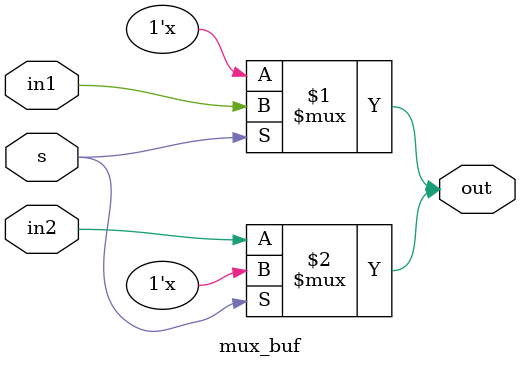
<source format=v>
module mux_buf(out, in1, in2, s); // realization of 2:1 MUX using bufif1 and bufif0

output out;                   // port declarations
input in1, in2, s;


bufif1 (out, in1, s);    
bufif0 (out, in2, s);

endmodule

</source>
